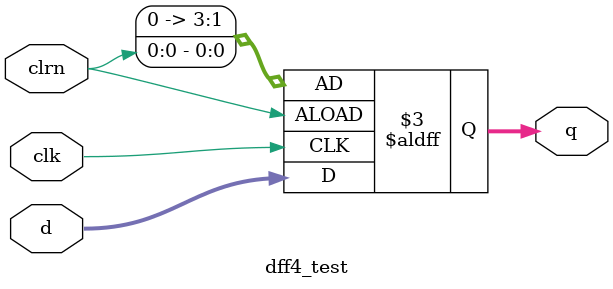
<source format=v>
module dff4_test(d,clk,clrn,q);
       // 请在下面添加代码，完成4位寄存器逻辑功能
		/************ Begin *************/
input [4:1]d;
input clk,clrn;
output [4:1]q;
reg q;
always @(posedge clk or negedge clrn)
if(clrn == 0)
q <= clrn;
else
begin
q <= d;
end
		/************ End **************/
endmodule

</source>
